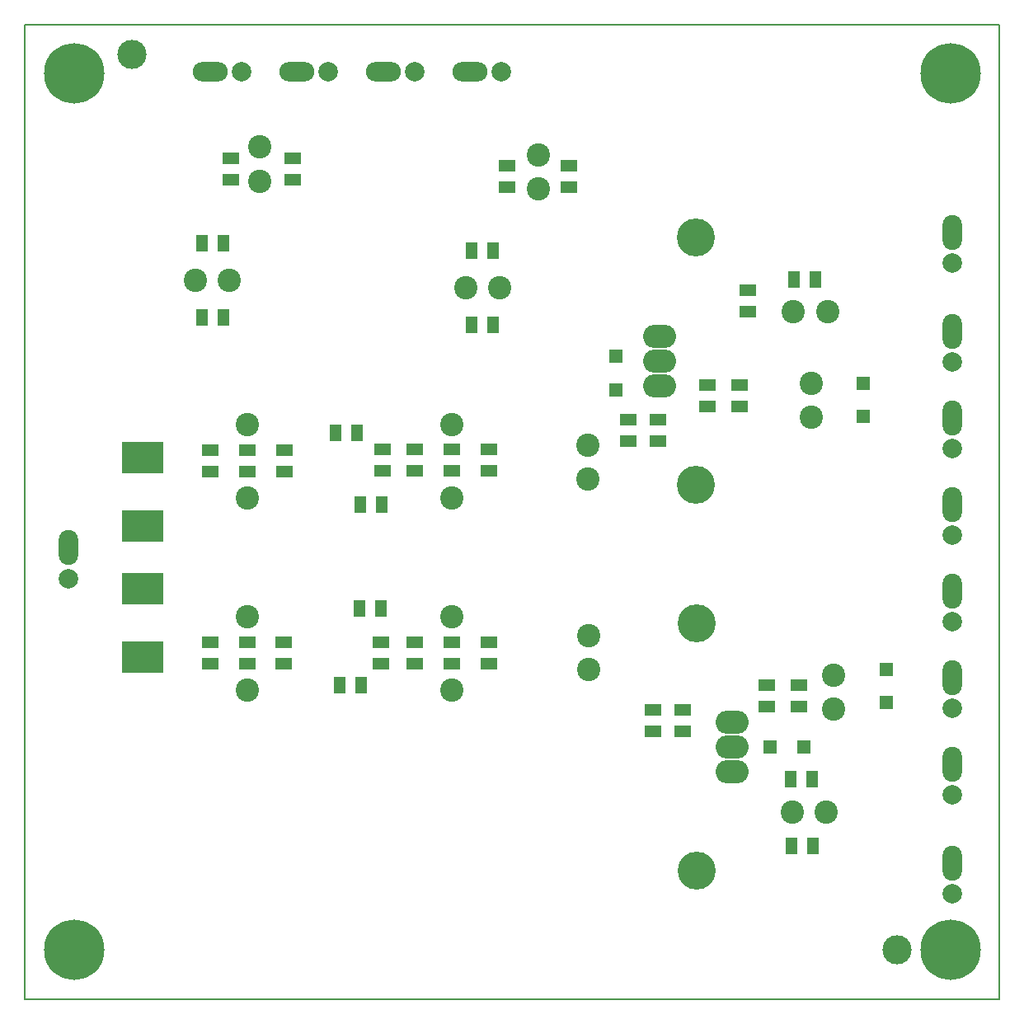
<source format=gbs>
G04 #@! TF.FileFunction,Soldermask,Bot*
%FSLAX46Y46*%
G04 Gerber Fmt 4.6, Leading zero omitted, Abs format (unit mm)*
G04 Created by KiCad (PCBNEW 4.0.2-stable) date 20/05/2016 13:48:35*
%MOMM*%
G01*
G04 APERTURE LIST*
%ADD10C,0.100000*%
%ADD11C,0.150000*%
%ADD12C,2.400000*%
%ADD13R,1.300000X1.700000*%
%ADD14R,1.700000X1.300000*%
%ADD15R,4.200000X3.200000*%
%ADD16C,2.000000*%
%ADD17O,2.000000X3.600000*%
%ADD18O,3.600000X2.000000*%
%ADD19R,1.400000X1.400000*%
%ADD20O,3.400000X2.400000*%
%ADD21C,3.900000*%
%ADD22C,3.000000*%
%ADD23C,6.200000*%
G04 APERTURE END LIST*
D10*
D11*
X0Y100000000D02*
X0Y0D01*
X100000000Y100000000D02*
X0Y100000000D01*
X100000000Y0D02*
X100000000Y100000000D01*
X0Y0D02*
X100000000Y0D01*
D12*
X17485261Y73811175D03*
X20985261Y73811175D03*
X45240000Y73025000D03*
X48740000Y73025000D03*
D13*
X18135261Y70001175D03*
X20335261Y70001175D03*
X45890000Y69215000D03*
X48090000Y69215000D03*
D12*
X22860000Y58935000D03*
X22860000Y51435000D03*
X22860000Y39250000D03*
X22860000Y31750000D03*
D13*
X18135261Y77621175D03*
X20335261Y77621175D03*
X45890000Y76835000D03*
X48090000Y76835000D03*
D14*
X19050000Y56345000D03*
X19050000Y54145000D03*
X19050000Y36660000D03*
X19050000Y34460000D03*
X22860000Y56345000D03*
X22860000Y54145000D03*
X22860000Y36660000D03*
X22860000Y34460000D03*
X26670000Y56345000D03*
X26670000Y54145000D03*
X26543000Y36660000D03*
X26543000Y34460000D03*
X36703000Y56472000D03*
X36703000Y54272000D03*
D13*
X34333000Y40132000D03*
X36533000Y40132000D03*
D12*
X43815000Y58935000D03*
X43815000Y51435000D03*
X43815000Y39250000D03*
X43815000Y31750000D03*
D14*
X40005000Y56472000D03*
X40005000Y54272000D03*
X40005000Y36660000D03*
X40005000Y34460000D03*
X43815000Y56472000D03*
X43815000Y54272000D03*
X43815000Y36660000D03*
X43815000Y34460000D03*
X47625000Y56472000D03*
X47625000Y54272000D03*
X47625000Y36660000D03*
X47625000Y34460000D03*
D12*
X78895000Y70612000D03*
X82395000Y70612000D03*
X82268000Y19177000D03*
X78768000Y19177000D03*
D14*
X21140261Y86341175D03*
X21140261Y84141175D03*
X49530000Y85555000D03*
X49530000Y83355000D03*
X74200000Y70612000D03*
X74200000Y72812000D03*
D13*
X80856000Y22606000D03*
X78656000Y22606000D03*
D14*
X27490261Y86341175D03*
X27490261Y84141175D03*
X55880000Y85555000D03*
X55880000Y83355000D03*
D12*
X80746600Y63218000D03*
X80746600Y59718000D03*
X83058000Y33246000D03*
X83058000Y29746000D03*
D14*
X70104000Y63076000D03*
X70104000Y60876000D03*
X76200000Y32215000D03*
X76200000Y30015000D03*
D15*
X12065000Y48520000D03*
X12065000Y55620000D03*
X12065000Y35058000D03*
X12065000Y42158000D03*
D13*
X31920000Y58166000D03*
X34120000Y58166000D03*
X32301000Y32258000D03*
X34501000Y32258000D03*
D16*
X4445000Y43180000D03*
D17*
X4445000Y46355000D03*
D16*
X22225000Y95250000D03*
D18*
X19050000Y95250000D03*
D16*
X31115000Y95250000D03*
D18*
X27940000Y95250000D03*
D16*
X48895000Y95250000D03*
D18*
X45720000Y95250000D03*
D16*
X40005000Y95250000D03*
D18*
X36830000Y95250000D03*
D16*
X95250000Y75565000D03*
D17*
X95250000Y78740000D03*
D16*
X95250000Y10795000D03*
D17*
X95250000Y13970000D03*
D16*
X95250000Y65405000D03*
D17*
X95250000Y68580000D03*
D16*
X95250000Y56515000D03*
D17*
X95250000Y59690000D03*
D16*
X95250000Y47625000D03*
D17*
X95250000Y50800000D03*
D16*
X95250000Y38735000D03*
D17*
X95250000Y41910000D03*
D16*
X95250000Y29845000D03*
D17*
X95250000Y33020000D03*
D16*
X95250000Y20955000D03*
D17*
X95250000Y24130000D03*
D13*
X36660000Y50800000D03*
X34460000Y50800000D03*
D14*
X36576000Y36660000D03*
X36576000Y34460000D03*
D13*
X81194000Y73914000D03*
X78994000Y73914000D03*
X78740000Y15748000D03*
X80940000Y15748000D03*
D14*
X61976000Y59520000D03*
X61976000Y57320000D03*
X64516000Y29675000D03*
X64516000Y27475000D03*
X65024000Y59520000D03*
X65024000Y57320000D03*
X67564000Y29675000D03*
X67564000Y27475000D03*
X73406000Y63076000D03*
X73406000Y60876000D03*
X79502000Y32215000D03*
X79502000Y30015000D03*
D12*
X24130000Y87475000D03*
X24130000Y83975000D03*
X52705000Y86685000D03*
X52705000Y83185000D03*
X57785000Y56868000D03*
X57785000Y53368000D03*
X57912000Y37310000D03*
X57912000Y33810000D03*
D19*
X79932000Y25908000D03*
X76532000Y25908000D03*
X60706000Y62562000D03*
X60706000Y65962000D03*
X86106000Y63246000D03*
X86106000Y59846000D03*
X88400000Y33800000D03*
X88400000Y30400000D03*
D20*
X72644000Y23368000D03*
X72644000Y25908000D03*
X72644000Y28448000D03*
D21*
X68944000Y13208000D03*
X68944000Y38608000D03*
D20*
X65190000Y68072000D03*
X65190000Y65532000D03*
X65190000Y62992000D03*
D21*
X68890000Y78232000D03*
X68890000Y52832000D03*
D22*
X89500000Y5000000D03*
X11000000Y97000000D03*
D23*
X5000000Y5000000D03*
X95000000Y5000000D03*
X95000000Y95000000D03*
X5000000Y95000000D03*
M02*

</source>
